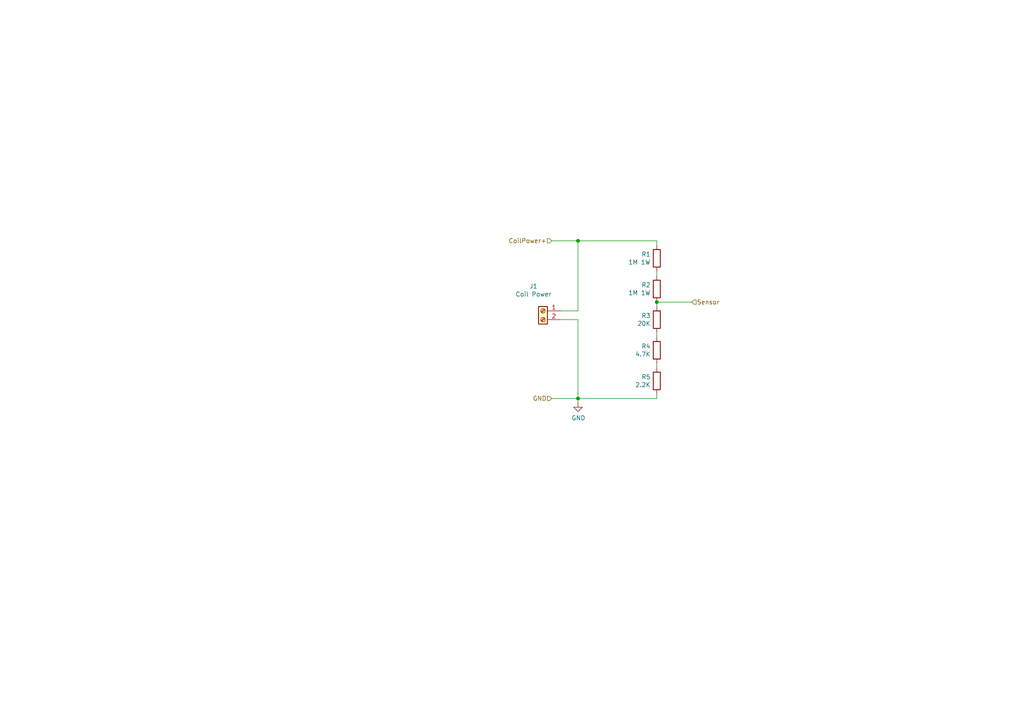
<source format=kicad_sch>
(kicad_sch (version 20211123) (generator eeschema)
  (paper "A4")
  (title_block (title "Voltage Sensor Adapter") (date "2021-05-20") (rev "1"))
  (lib_symbols
    (symbol "Connector:Screw_Terminal_01x02" (pin_names (offset 1.016) hide)
      (property "Reference" "J" (at 0 2.54 0))
      (property "Value" "Screw_Terminal_01x02" (at 0 -5.08 0))
      (symbol "Screw_Terminal_01x02_1_1"
        (rectangle (start -1.27 1.27) (end 1.27 -3.81) (stroke (width 0.254)) (fill (type background)))
        (circle (center 0 -2.54) (radius 0.635) (stroke (width 0.1524)))
        (polyline (pts (xy -0.5334 -2.2098) (xy 0.3302 -3.048)) (stroke (width 0.1524)))
        (polyline (pts (xy -0.5334 0.3302) (xy 0.3302 -0.508)) (stroke (width 0.1524)))
        (polyline (pts (xy -0.3556 -2.032) (xy 0.508 -2.8702)) (stroke (width 0.1524)))
        (polyline (pts (xy -0.3556 0.508) (xy 0.508 -0.3302)) (stroke (width 0.1524)))
        (circle (center 0 0) (radius 0.635) (stroke (width 0.1524)))
        (pin passive line (at -5.08 0 0) (length 3.81) (name "Pin_1") (number "1"))
        (pin passive line (at -5.08 -2.54 0) (length 3.81) (name "Pin_2") (number "2"))
      )
    )
    (symbol "Device:R" (pin_numbers hide) (pin_names (offset 0))
      (property "Reference" "R" (at 2.032 0 90))
      (property "Value" "R" (at 0 0 90))
      (symbol "R_0_1"
        (rectangle (start -1.016 -2.54) (end 1.016 2.54) (stroke (width 0.254)))
      )
      (symbol "R_1_1"
        (pin passive line (at 0 3.81 270) (length 1.27) (name "~") (number "1"))
        (pin passive line (at 0 -3.81 90) (length 1.27) (name "~") (number "2"))
      )
    )
    (symbol "power:GND" (power) (pin_names (offset 0))
      (property "Value" "GND" (at 0 -3.81 0))
      (symbol "GND_0_1"
        (polyline (pts (xy 0 0) (xy 0 -1.27) (xy 1.27 -1.27) (xy 0 -2.54) (xy -1.27 -1.27) (xy 0 -1.27)))
      )
      (symbol "GND_1_1"
        (pin power_in line (at 0 0 270) (length 0) hide (name "GND") (number "1"))
      )
    )
  )
  (junction (at 167.64 69.85))
  (junction (at 167.64 115.57))
  (junction (at 190.5 87.63))
  (wire (pts (xy 160.02 69.85) (xy 167.64 69.85)))
  (wire (pts (xy 167.64 90.17) (xy 162.56 90.17)))
  (wire (pts (xy 167.64 69.85) (xy 190.5 69.85)))
  (wire (pts (xy 167.64 92.71) (xy 167.64 115.57)))
  (wire (pts (xy 190.5 96.52) (xy 190.5 97.79)))
  (wire (pts (xy 167.64 115.57) (xy 190.5 115.57)))
  (wire (pts (xy 190.5 78.74) (xy 190.5 80.01)))
  (wire (pts (xy 167.64 116.84) (xy 167.64 115.57)))
  (wire (pts (xy 190.5 87.63) (xy 190.5 88.9)))
  (wire (pts (xy 167.64 69.85) (xy 167.64 90.17)))
  (wire (pts (xy 160.02 115.57) (xy 167.64 115.57)))
  (wire (pts (xy 190.5 115.57) (xy 190.5 114.3)))
  (wire (pts (xy 190.5 106.68) (xy 190.5 105.41)))
  (wire (pts (xy 200.66 87.63) (xy 190.5 87.63)))
  (wire (pts (xy 167.64 92.71) (xy 162.56 92.71)))
  (wire (pts (xy 190.5 69.85) (xy 190.5 71.12)))
  (hierarchical_label "GND" (shape input) (at 160.02 115.57 180))
  (hierarchical_label "Sensor" (shape input) (at 200.66 87.63 0))
  (hierarchical_label "CoilPower+" (shape input) (at 160.02 69.85 180))
  (symbol (lib_id "Connector:Screw_Terminal_01x02") (at 157.48 90.17 0) (mirror y) (unit 1)
    (property "Reference" "J1" (at 154.7368 83.0326 0))
    (property "Value" "Coil Power" (at 154.7368 85.344 0))
    (property "Footprint" "Connector_JST:JST_XH_B2B-XH-A_1x02_P2.50mm_Vertical" (effects hide))
  )
  (symbol (lib_id "Device:R") (at 190.5 110.49 0) (mirror y) (unit 1)
    (property "Reference" "R5" (at 188.722 109.3216 0) (effects (justify left)))
    (property "Value" "2.2K" (at 188.722 111.633 0) (effects (justify left)))
    (property "Footprint" "Resistor_THT:R_Axial_DIN0207_L6.3mm_D2.5mm_P7.62mm_Horizontal" (effects hide))
  )
  (symbol (lib_id "Device:R") (at 190.5 101.6 0) (mirror y) (unit 1)
    (property "Reference" "R4" (at 188.722 100.4316 0) (effects (justify left)))
    (property "Value" "4.7K" (at 188.722 102.743 0) (effects (justify left)))
    (property "Footprint" "Resistor_THT:R_Axial_DIN0207_L6.3mm_D2.5mm_P7.62mm_Horizontal" (effects hide))
  )
  (symbol (lib_id "Device:R") (at 190.5 74.93 0) (mirror y) (unit 1)
    (property "Reference" "R1" (at 188.722 73.7616 0) (effects (justify left)))
    (property "Value" "1M 1W" (at 188.722 76.073 0) (effects (justify left)))
    (property "Footprint" "Resistor_THT:R_Axial_DIN0414_L11.9mm_D4.5mm_P15.24mm_Horizontal" (effects hide))
  )
  (symbol (lib_id "Device:R") (at 190.5 83.82 0) (mirror y) (unit 1)
    (property "Reference" "R2" (at 188.722 82.6516 0) (effects (justify left)))
    (property "Value" "1M 1W" (at 188.722 84.963 0) (effects (justify left)))
    (property "Footprint" "Resistor_THT:R_Axial_DIN0414_L11.9mm_D4.5mm_P15.24mm_Horizontal" (effects hide))
  )
  (symbol (lib_id "Device:R") (at 190.5 92.71 0) (mirror y) (unit 1)
    (property "Reference" "R3" (at 188.722 91.5416 0) (effects (justify left)))
    (property "Value" "20K" (at 188.722 93.853 0) (effects (justify left)))
    (property "Footprint" "Resistor_THT:R_Axial_DIN0207_L6.3mm_D2.5mm_P7.62mm_Horizontal" (effects hide))
  )
  (symbol (lib_id "power:GND") (at 167.64 116.84 0) (unit 1)
    (property "Reference" "#PWR?" (effects hide))
    (property "Value" "GND" (at 167.767 121.2342 0))
  )
)
</source>
